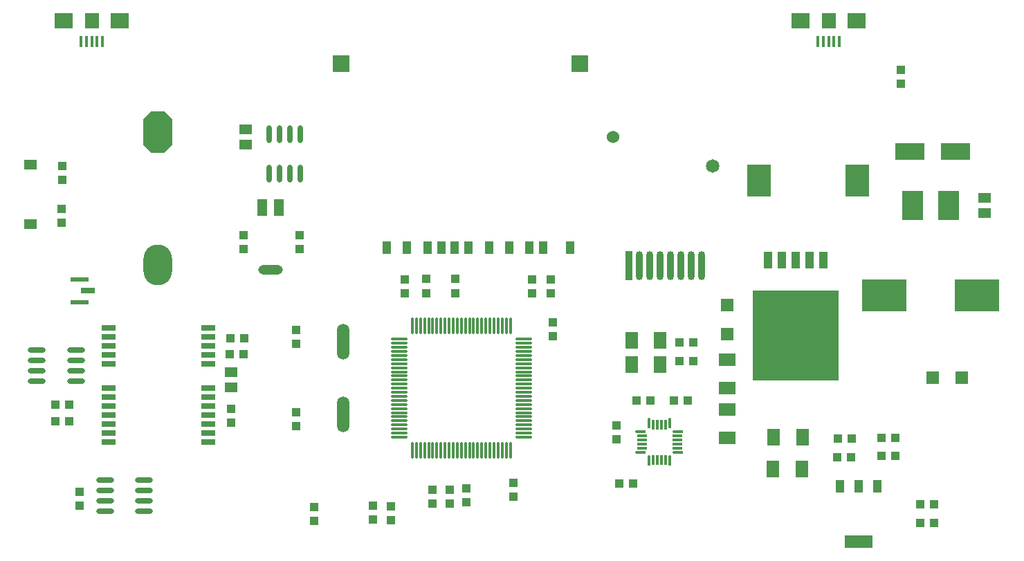
<source format=gtp>
G04 Layer_Color=8421504*
%FSLAX25Y25*%
%MOIN*%
G70*
G01*
G75*
%ADD10R,0.08661X0.02362*%
%ADD11R,0.07087X0.02756*%
%ADD12C,0.06000*%
%ADD13R,0.03400X0.14000*%
%ADD14O,0.03400X0.14000*%
%ADD15C,0.06500*%
%ADD16O,0.01181X0.08268*%
%ADD17O,0.08268X0.01181*%
%ADD18R,0.06000X0.06000*%
%ADD19R,0.06000X0.06000*%
%ADD20R,0.09843X0.14173*%
G04:AMPARAMS|DCode=21|XSize=13mil|YSize=50mil|CornerRadius=0mil|HoleSize=0mil|Usage=FLASHONLY|Rotation=270.000|XOffset=0mil|YOffset=0mil|HoleType=Round|Shape=Octagon|*
%AMOCTAGOND21*
4,1,8,0.02500,0.00325,0.02500,-0.00325,0.02175,-0.00650,-0.02175,-0.00650,-0.02500,-0.00325,-0.02500,0.00325,-0.02175,0.00650,0.02175,0.00650,0.02500,0.00325,0.0*
%
%ADD21OCTAGOND21*%

%ADD22R,0.05000X0.01339*%
G04:AMPARAMS|DCode=23|XSize=13.39mil|YSize=50mil|CornerRadius=0mil|HoleSize=0mil|Usage=FLASHONLY|Rotation=270.000|XOffset=0mil|YOffset=0mil|HoleType=Round|Shape=Octagon|*
%AMOCTAGOND23*
4,1,8,0.02500,0.00335,0.02500,-0.00335,0.02165,-0.00669,-0.02165,-0.00669,-0.02500,-0.00335,-0.02500,0.00335,-0.02165,0.00669,0.02165,0.00669,0.02500,0.00335,0.0*
%
%ADD23OCTAGOND23*%

G04:AMPARAMS|DCode=24|XSize=13.39mil|YSize=50mil|CornerRadius=0mil|HoleSize=0mil|Usage=FLASHONLY|Rotation=0.000|XOffset=0mil|YOffset=0mil|HoleType=Round|Shape=Octagon|*
%AMOCTAGOND24*
4,1,8,-0.00335,0.02500,0.00335,0.02500,0.00669,0.02165,0.00669,-0.02165,0.00335,-0.02500,-0.00335,-0.02500,-0.00669,-0.02165,-0.00669,0.02165,-0.00335,0.02500,0.0*
%
%ADD24OCTAGOND24*%

%ADD25R,0.01339X0.05000*%
G04:AMPARAMS|DCode=26|XSize=13mil|YSize=50mil|CornerRadius=0mil|HoleSize=0mil|Usage=FLASHONLY|Rotation=180.000|XOffset=0mil|YOffset=0mil|HoleType=Round|Shape=Octagon|*
%AMOCTAGOND26*
4,1,8,0.00325,-0.02500,-0.00325,-0.02500,-0.00650,-0.02175,-0.00650,0.02175,-0.00325,0.02500,0.00325,0.02500,0.00650,0.02175,0.00650,-0.02175,0.00325,-0.02500,0.0*
%
%ADD26OCTAGOND26*%

%ADD27R,0.04331X0.03937*%
%ADD28R,0.05906X0.05118*%
%ADD29O,0.13780X0.19685*%
G04:AMPARAMS|DCode=30|XSize=137.8mil|YSize=196.85mil|CornerRadius=0mil|HoleSize=0mil|Usage=FLASHONLY|Rotation=180.000|XOffset=0mil|YOffset=0mil|HoleType=Round|Shape=Octagon|*
%AMOCTAGOND30*
4,1,8,0.03445,-0.09843,-0.03445,-0.09843,-0.06890,-0.06398,-0.06890,0.06398,-0.03445,0.09843,0.03445,0.09843,0.06890,0.06398,0.06890,-0.06398,0.03445,-0.09843,0.0*
%
%ADD30OCTAGOND30*%

%ADD31R,0.07087X0.03150*%
%ADD32O,0.05906X0.17323*%
%ADD33O,0.11811X0.04724*%
%ADD34R,0.04724X0.07874*%
%ADD35R,0.06000X0.05000*%
%ADD36R,0.14173X0.07874*%
%ADD37R,0.03937X0.04331*%
%ADD38O,0.08661X0.02362*%
%ADD39O,0.02362X0.08661*%
%ADD40R,0.04331X0.06102*%
%ADD41R,0.04331X0.06102*%
%ADD42R,0.13583X0.06102*%
%ADD43R,0.21654X0.15748*%
%ADD44R,0.11811X0.15748*%
%ADD45R,0.07874X0.07874*%
%ADD46R,0.03937X0.05906*%
%ADD47R,0.04134X0.08268*%
%ADD48R,0.41339X0.43307*%
%ADD49R,0.07087X0.07480*%
%ADD50R,0.09000X0.07480*%
G04:AMPARAMS|DCode=51|XSize=53.15mil|YSize=15.75mil|CornerRadius=0mil|HoleSize=0mil|Usage=FLASHONLY|Rotation=270.000|XOffset=0mil|YOffset=0mil|HoleType=Round|Shape=Octagon|*
%AMOCTAGOND51*
4,1,8,-0.00394,-0.02658,0.00394,-0.02658,0.00787,-0.02264,0.00787,0.02264,0.00394,0.02658,-0.00394,0.02658,-0.00787,0.02264,-0.00787,-0.02264,-0.00394,-0.02658,0.0*
%
%ADD51OCTAGOND51*%

%ADD52R,0.05906X0.07874*%
%ADD53R,0.07874X0.05906*%
D10*
X58600Y-88400D02*
D03*
Y-77400D02*
D03*
D11*
X62600Y-82900D02*
D03*
D12*
X315800Y-9000D02*
D03*
D13*
X323277Y-70682D02*
D03*
D14*
X328300Y-70800D02*
D03*
X358300D02*
D03*
X353300D02*
D03*
X348300D02*
D03*
X343300D02*
D03*
X338300D02*
D03*
X333300D02*
D03*
D15*
X363600Y-22800D02*
D03*
D16*
X218978Y-99979D02*
D03*
X220947D02*
D03*
X222915D02*
D03*
X224884D02*
D03*
X226852D02*
D03*
X228820D02*
D03*
X230789D02*
D03*
X232757D02*
D03*
X234726D02*
D03*
X236695D02*
D03*
X238663D02*
D03*
X240632D02*
D03*
X242600D02*
D03*
X244568D02*
D03*
X246537D02*
D03*
X248505D02*
D03*
X250474D02*
D03*
X252443D02*
D03*
X254411D02*
D03*
X256380D02*
D03*
X258348D02*
D03*
X260316D02*
D03*
X262285D02*
D03*
X264253D02*
D03*
X266222D02*
D03*
Y-159821D02*
D03*
X264253D02*
D03*
X262285D02*
D03*
X260316D02*
D03*
X258348D02*
D03*
X256380D02*
D03*
X254411D02*
D03*
X252443D02*
D03*
X250474D02*
D03*
X248505D02*
D03*
X246537D02*
D03*
X244568D02*
D03*
X242600D02*
D03*
X240632D02*
D03*
X238663D02*
D03*
X236695D02*
D03*
X234726D02*
D03*
X232757D02*
D03*
X230789D02*
D03*
X228820D02*
D03*
X226852D02*
D03*
X224884D02*
D03*
X222915D02*
D03*
X220947D02*
D03*
X218978D02*
D03*
D17*
X272521Y-106278D02*
D03*
Y-108247D02*
D03*
Y-110215D02*
D03*
Y-112183D02*
D03*
Y-114152D02*
D03*
Y-116121D02*
D03*
Y-118089D02*
D03*
Y-120057D02*
D03*
Y-122026D02*
D03*
Y-123995D02*
D03*
Y-125963D02*
D03*
Y-127931D02*
D03*
Y-129900D02*
D03*
Y-131869D02*
D03*
Y-133837D02*
D03*
Y-135805D02*
D03*
Y-137774D02*
D03*
Y-139743D02*
D03*
Y-141711D02*
D03*
Y-143679D02*
D03*
Y-145648D02*
D03*
Y-147617D02*
D03*
Y-149585D02*
D03*
Y-151553D02*
D03*
Y-153522D02*
D03*
X212679D02*
D03*
Y-151553D02*
D03*
Y-149585D02*
D03*
Y-147617D02*
D03*
Y-145648D02*
D03*
Y-143679D02*
D03*
Y-141711D02*
D03*
Y-139743D02*
D03*
Y-137774D02*
D03*
Y-135805D02*
D03*
Y-133837D02*
D03*
Y-131869D02*
D03*
Y-129900D02*
D03*
Y-127931D02*
D03*
Y-125963D02*
D03*
Y-123995D02*
D03*
Y-122026D02*
D03*
Y-120057D02*
D03*
Y-118089D02*
D03*
Y-116121D02*
D03*
Y-114152D02*
D03*
Y-112183D02*
D03*
Y-110215D02*
D03*
Y-108247D02*
D03*
Y-106278D02*
D03*
D18*
X370600Y-90000D02*
D03*
Y-104000D02*
D03*
D19*
X469600Y-124900D02*
D03*
X483600D02*
D03*
D20*
X459939Y-41900D02*
D03*
X477261D02*
D03*
D21*
X347100Y-160900D02*
D03*
D22*
X346600Y-158900D02*
D03*
Y-156900D02*
D03*
Y-154900D02*
D03*
Y-152900D02*
D03*
X329600D02*
D03*
Y-154900D02*
D03*
Y-156900D02*
D03*
Y-158900D02*
D03*
D23*
X347100Y-150900D02*
D03*
X329100D02*
D03*
Y-160900D02*
D03*
D24*
X343100Y-146900D02*
D03*
X333100D02*
D03*
Y-164900D02*
D03*
D25*
X341100Y-147400D02*
D03*
X339100D02*
D03*
X337100D02*
D03*
X335100D02*
D03*
Y-164400D02*
D03*
X337100D02*
D03*
X339100D02*
D03*
X341100D02*
D03*
D26*
X343100Y-164900D02*
D03*
D27*
X137904Y-105900D02*
D03*
X131211D02*
D03*
X333600Y-135900D02*
D03*
X326907D02*
D03*
X351600D02*
D03*
X344907D02*
D03*
X451600Y-153900D02*
D03*
X444907D02*
D03*
X444900Y-162600D02*
D03*
X451593D02*
D03*
X463600Y-194900D02*
D03*
X470293D02*
D03*
X463800Y-186000D02*
D03*
X470493D02*
D03*
X325400Y-175700D02*
D03*
X318707D02*
D03*
X347600Y-116900D02*
D03*
X354293D02*
D03*
X347600Y-107900D02*
D03*
X354293D02*
D03*
X423900Y-154200D02*
D03*
X430593D02*
D03*
X423700Y-163200D02*
D03*
X430393D02*
D03*
X137600Y-113350D02*
D03*
X130907D02*
D03*
X53600Y-137900D02*
D03*
X46907D02*
D03*
X53600Y-145900D02*
D03*
X46907D02*
D03*
D28*
X138600Y-5160D02*
D03*
Y-12640D02*
D03*
X494600Y-45640D02*
D03*
Y-38160D02*
D03*
X131600Y-122160D02*
D03*
Y-129640D02*
D03*
D29*
X96300Y-70600D02*
D03*
D30*
Y-6600D02*
D03*
D31*
X72600Y-155884D02*
D03*
Y-151553D02*
D03*
Y-147223D02*
D03*
Y-142892D02*
D03*
Y-138561D02*
D03*
Y-134231D02*
D03*
Y-129900D02*
D03*
Y-118089D02*
D03*
Y-113758D02*
D03*
Y-109428D02*
D03*
Y-105097D02*
D03*
Y-100766D02*
D03*
X120600Y-155884D02*
D03*
Y-151553D02*
D03*
Y-147223D02*
D03*
Y-142892D02*
D03*
Y-138561D02*
D03*
Y-134231D02*
D03*
Y-129900D02*
D03*
Y-118089D02*
D03*
Y-113758D02*
D03*
Y-109428D02*
D03*
Y-105097D02*
D03*
Y-100766D02*
D03*
D32*
X185683Y-107549D02*
D03*
X185717Y-142589D02*
D03*
D33*
X150600Y-72900D02*
D03*
D34*
X154537Y-42900D02*
D03*
X146663D02*
D03*
D35*
X35100Y-50750D02*
D03*
Y-22250D02*
D03*
D36*
X480600Y-15900D02*
D03*
X458600D02*
D03*
D37*
X137600Y-62900D02*
D03*
Y-56207D02*
D03*
X164600Y-62900D02*
D03*
Y-56207D02*
D03*
X50400Y-29400D02*
D03*
Y-22707D02*
D03*
X286600Y-104900D02*
D03*
Y-98207D02*
D03*
X267800Y-182200D02*
D03*
Y-175507D02*
D03*
X317200Y-147800D02*
D03*
Y-154493D02*
D03*
X163100Y-108538D02*
D03*
Y-101845D02*
D03*
X454500Y23500D02*
D03*
Y16807D02*
D03*
X163000Y-141600D02*
D03*
Y-148293D02*
D03*
X50000Y-43368D02*
D03*
Y-50061D02*
D03*
X245000Y-184900D02*
D03*
Y-178207D02*
D03*
X237000Y-185400D02*
D03*
Y-178707D02*
D03*
X228700Y-185500D02*
D03*
Y-178807D02*
D03*
X285600Y-84332D02*
D03*
Y-77639D02*
D03*
X276600Y-84332D02*
D03*
Y-77639D02*
D03*
X239600Y-84032D02*
D03*
Y-77339D02*
D03*
X225600Y-84032D02*
D03*
Y-77339D02*
D03*
X215300Y-84200D02*
D03*
Y-77507D02*
D03*
X58600Y-179900D02*
D03*
Y-186593D02*
D03*
X208800Y-193400D02*
D03*
Y-186707D02*
D03*
X199900Y-193300D02*
D03*
Y-186607D02*
D03*
X171600Y-193900D02*
D03*
Y-187207D02*
D03*
X131600Y-139900D02*
D03*
Y-146593D02*
D03*
D38*
X70951Y-174200D02*
D03*
Y-179200D02*
D03*
Y-184200D02*
D03*
Y-189200D02*
D03*
X89849Y-174200D02*
D03*
Y-179200D02*
D03*
Y-184200D02*
D03*
Y-189200D02*
D03*
X57049Y-126400D02*
D03*
Y-121400D02*
D03*
Y-116400D02*
D03*
Y-111400D02*
D03*
X38151Y-126400D02*
D03*
Y-121400D02*
D03*
Y-116400D02*
D03*
Y-111400D02*
D03*
D39*
X165100Y-7451D02*
D03*
X160100D02*
D03*
X155100D02*
D03*
X150100D02*
D03*
X165100Y-26349D02*
D03*
X160100D02*
D03*
X155100D02*
D03*
X150100D02*
D03*
D40*
X443055Y-177113D02*
D03*
D41*
X434000D02*
D03*
X424945D02*
D03*
D42*
X434000Y-203687D02*
D03*
D43*
X446200Y-85300D02*
D03*
X491100D02*
D03*
D44*
X433222Y-29900D02*
D03*
X385978D02*
D03*
D45*
X184600Y26400D02*
D03*
X299600D02*
D03*
D46*
X295175Y-62100D02*
D03*
X232852D02*
D03*
X206671D02*
D03*
X281986D02*
D03*
X275293D02*
D03*
X265765D02*
D03*
X255923D02*
D03*
X246080D02*
D03*
X239348D02*
D03*
X226356D02*
D03*
X216513D02*
D03*
D47*
X410293Y-68266D02*
D03*
X416986D02*
D03*
X403600D02*
D03*
X390214D02*
D03*
X396907D02*
D03*
D48*
X403600Y-104534D02*
D03*
D49*
X419600Y47100D02*
D03*
X64600D02*
D03*
D50*
X433100D02*
D03*
X406100D02*
D03*
X78100D02*
D03*
X51100D02*
D03*
D51*
X414482Y37100D02*
D03*
X417041D02*
D03*
X419600D02*
D03*
X422159D02*
D03*
X424718D02*
D03*
X59482D02*
D03*
X62041D02*
D03*
X64600D02*
D03*
X67159D02*
D03*
X69718D02*
D03*
D52*
X406900Y-153600D02*
D03*
X393121D02*
D03*
X406600Y-168700D02*
D03*
X392821D02*
D03*
X338400Y-118500D02*
D03*
X324621D02*
D03*
X338400Y-106900D02*
D03*
X324621D02*
D03*
D53*
X370600Y-129900D02*
D03*
Y-116121D02*
D03*
Y-153900D02*
D03*
Y-140120D02*
D03*
M02*

</source>
